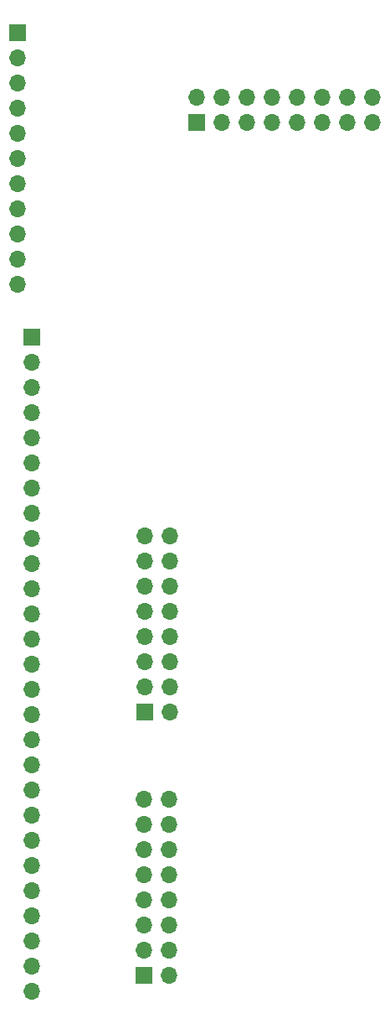
<source format=gbr>
G04 #@! TF.GenerationSoftware,KiCad,Pcbnew,5.1.5+dfsg1-2build2*
G04 #@! TF.CreationDate,2021-11-13T09:21:49+00:00*
G04 #@! TF.ProjectId,psion-org2-power,7073696f-6e2d-46f7-9267-322d706f7765,rev?*
G04 #@! TF.SameCoordinates,Original*
G04 #@! TF.FileFunction,Soldermask,Bot*
G04 #@! TF.FilePolarity,Negative*
%FSLAX46Y46*%
G04 Gerber Fmt 4.6, Leading zero omitted, Abs format (unit mm)*
G04 Created by KiCad (PCBNEW 5.1.5+dfsg1-2build2) date 2021-11-13 09:21:49*
%MOMM*%
%LPD*%
G04 APERTURE LIST*
%ADD10O,1.700000X1.700000*%
%ADD11R,1.700000X1.700000*%
G04 APERTURE END LIST*
D10*
X116680000Y-37860000D03*
X116680000Y-40400000D03*
X114140000Y-37860000D03*
X114140000Y-40400000D03*
X111600000Y-37860000D03*
X111600000Y-40400000D03*
X109060000Y-37860000D03*
X109060000Y-40400000D03*
X106520000Y-37860000D03*
X106520000Y-40400000D03*
X103980000Y-37860000D03*
X103980000Y-40400000D03*
X101440000Y-37860000D03*
X101440000Y-40400000D03*
X98900000Y-37860000D03*
D11*
X98900000Y-40400000D03*
D10*
X96140000Y-108720000D03*
X93600000Y-108720000D03*
X96140000Y-111260000D03*
X93600000Y-111260000D03*
X96140000Y-113800000D03*
X93600000Y-113800000D03*
X96140000Y-116340000D03*
X93600000Y-116340000D03*
X96140000Y-118880000D03*
X93600000Y-118880000D03*
X96140000Y-121420000D03*
X93600000Y-121420000D03*
X96140000Y-123960000D03*
X93600000Y-123960000D03*
X96140000Y-126500000D03*
D11*
X93600000Y-126500000D03*
D10*
X96190000Y-82120000D03*
X93650000Y-82120000D03*
X96190000Y-84660000D03*
X93650000Y-84660000D03*
X96190000Y-87200000D03*
X93650000Y-87200000D03*
X96190000Y-89740000D03*
X93650000Y-89740000D03*
X96190000Y-92280000D03*
X93650000Y-92280000D03*
X96190000Y-94820000D03*
X93650000Y-94820000D03*
X96190000Y-97360000D03*
X93650000Y-97360000D03*
X96190000Y-99900000D03*
D11*
X93650000Y-99900000D03*
D10*
X80800000Y-56700000D03*
X80800000Y-54160000D03*
X80800000Y-51620000D03*
X80800000Y-49080000D03*
X80800000Y-46540000D03*
X80800000Y-44000000D03*
X80800000Y-41460000D03*
X80800000Y-38920000D03*
X80800000Y-36380000D03*
X80800000Y-33840000D03*
D11*
X80800000Y-31300000D03*
D10*
X82200000Y-128100000D03*
X82200000Y-125560000D03*
X82200000Y-123020000D03*
X82200000Y-120480000D03*
X82200000Y-117940000D03*
X82200000Y-115400000D03*
X82200000Y-112860000D03*
X82200000Y-110320000D03*
X82200000Y-107780000D03*
X82200000Y-105240000D03*
X82200000Y-102700000D03*
X82200000Y-100160000D03*
X82200000Y-97620000D03*
X82200000Y-95080000D03*
X82200000Y-92540000D03*
X82200000Y-90000000D03*
X82200000Y-87460000D03*
X82200000Y-84920000D03*
X82200000Y-82380000D03*
X82200000Y-79840000D03*
X82200000Y-77300000D03*
X82200000Y-74760000D03*
X82200000Y-72220000D03*
X82200000Y-69680000D03*
X82200000Y-67140000D03*
X82200000Y-64600000D03*
D11*
X82200000Y-62060000D03*
M02*

</source>
